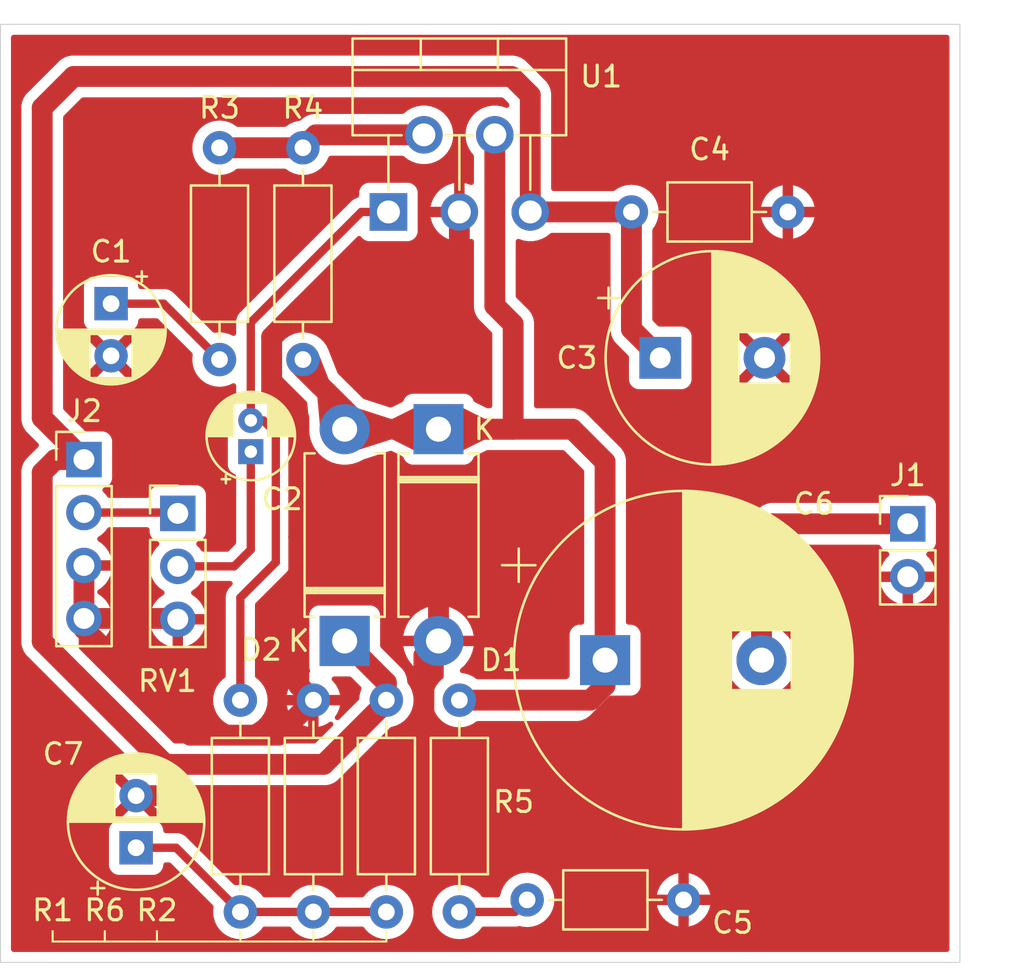
<source format=kicad_pcb>
(kicad_pcb (version 20240108) (generator "pcbnew") (generator_version "8.0")
  (layers (0 "F.Cu" signal) (31 "B.Cu" signal) (34 "B.Paste" user) (35 "F.Paste" user) (36 "B.SilkS" user "B.Silkscreen") (37 "F.SilkS" user "F.Silkscreen") (38 "B.Mask" user) (39 "F.Mask" user) (44 "Edge.Cuts" user))
  (net 0 "")
  (net 1 "Net-(C1-Pad1)")
  (net 2 "GND")
  (net 3 "Net-(U1-+)")
  (net 4 "Net-(C2-Pad1)")
  (net 5 "VCC")
  (net 6 "Net-(C5-Pad1)")
  (net 7 "Net-(D1-K)")
  (net 8 "Net-(J1-Pin_1)")
  (net 9 "Net-(C7-Pad1)")
  (net 10 "Net-(J2-Pin_2)")
  (net 11 "Net-(U1--)")
  (footprint "Diode_THT:D_DO-15_P10.16mm_Horizontal" (layer "F.Cu") (at 116.5 129.58 90)
    (property "Reference" "D2" (at -0.42 -4 180) (layer "F.SilkS"))
    (property "Value" "1N4001")
    (fp_text user "K" (at 0 -2.2 180) (layer "F.SilkS"))
    (pad "1" thru_hole rect (at 0 0 90) (size 2.4 2.4) (drill 1.2) (layers "*.Cu" "*.Mask") (net 5 "VCC"))
    (pad "2" thru_hole oval (at 10.16 0 90) (size 2.4 2.4) (drill 1.2) (layers "*.Cu" "*.Mask") (net 7 "Net-(D1-K)"))
  )
  (footprint "Resistor_THT:R_Axial_DIN0207_L6.3mm_D2.5mm_P10.16mm_Horizontal" (layer "F.Cu") (at 118.5 132.42 -90)
    (property "Reference" "R2" (at 10.08 11 180) (layer "F.SilkS"))
    (property "Value" "100K")
    (pad "1" thru_hole circle (at 0 0 270) (size 1.6 1.6) (drill 0.8) (layers "*.Cu" "*.Mask") (net 5 "VCC"))
    (pad "2" thru_hole oval (at 10.16 0 270) (size 1.6 1.6) (drill 0.8) (layers "*.Cu" "*.Mask") (net 9 "Net-(C7-Pad1)"))
  )
  (footprint "Resistor_THT:R_Axial_DIN0207_L6.3mm_D2.5mm_P10.16mm_Horizontal" (layer "F.Cu") (at 110.5 105.92 -90)
    (property "Reference" "R3" (at -1.92 0 0) (layer "F.SilkS"))
    (property "Value" "3K3")
    (pad "1" thru_hole circle (at 0 0 270) (size 1.6 1.6) (drill 0.8) (layers "*.Cu" "*.Mask") (net 11 "Net-(U1--)"))
    (pad "2" thru_hole oval (at 10.16 0 270) (size 1.6 1.6) (drill 0.8) (layers "*.Cu" "*.Mask") (net 1 "Net-(C1-Pad1)"))
  )
  (footprint "Connector_PinHeader_2.54mm:PinHeader_1x04_P2.54mm_Vertical" (layer "F.Cu") (at 104 120.88)
    (property "Reference" "J2" (at 0 -2.33 0) (layer "F.SilkS"))
    (property "Value" "INPUT")
    (pad "1" thru_hole rect (at 0 0) (size 1.7 1.7) (drill 1) (layers "*.Cu" "*.Mask") (net 5 "VCC"))
    (pad "2" thru_hole oval (at 0 2.54) (size 1.7 1.7) (drill 1) (layers "*.Cu" "*.Mask") (net 10 "Net-(J2-Pin_2)"))
    (pad "3" thru_hole oval (at 0 5.08) (size 1.7 1.7) (drill 1) (layers "*.Cu" "*.Mask") (net 2 "GND"))
    (pad "4" thru_hole oval (at 0 7.62) (size 1.7 1.7) (drill 1) (layers "*.Cu" "*.Mask") (net 2 "GND"))
  )
  (footprint "Capacitor_THT:CP_Radial_D5.0mm_P2.50mm" (layer "F.Cu") (at 105.3 113.4 -90)
    (property "Reference" "C1" (at -2.5 0 180) (layer "F.SilkS"))
    (property "Value" "10uF")
    (pad "1" thru_hole rect (at 0 0 270) (size 1.6 1.6) (drill 0.8) (layers "*.Cu" "*.Mask") (net 1 "Net-(C1-Pad1)"))
    (pad "2" thru_hole circle (at 2.5 0 270) (size 1.6 1.6) (drill 0.8) (layers "*.Cu" "*.Mask") (net 2 "GND"))
  )
  (footprint "Capacitor_THT:CP_Radial_D10.0mm_P5.00mm" (layer "F.Cu") (at 131.632323 116)
    (property "Reference" "C3" (at -4 0 180) (layer "F.SilkS"))
    (property "Value" "220uF")
    (pad "1" thru_hole rect (at 0 0) (size 2 2) (drill 1) (layers "*.Cu" "*.Mask") (net 5 "VCC"))
    (pad "2" thru_hole circle (at 5 0) (size 2 2) (drill 1) (layers "*.Cu" "*.Mask") (net 2 "GND"))
  )
  (footprint "Diode_THT:D_DO-15_P10.16mm_Horizontal" (layer "F.Cu") (at 121 119.42 -90)
    (property "Reference" "D1" (at 11.08 -3 180) (layer "F.SilkS"))
    (property "Value" "1N4001")
    (fp_text user "K" (at 0 -2.2 180) (layer "F.SilkS"))
    (pad "1" thru_hole rect (at 0 0 270) (size 2.4 2.4) (drill 1.2) (layers "*.Cu" "*.Mask") (net 7 "Net-(D1-K)"))
    (pad "2" thru_hole oval (at 10.16 0 270) (size 2.4 2.4) (drill 1.2) (layers "*.Cu" "*.Mask") (net 2 "GND"))
  )
  (footprint "Capacitor_THT:CP_Radial_D16.0mm_P7.50mm" (layer "F.Cu") (at 128.987246 130.5)
    (property "Reference" "C6" (at 10.012754 -7.5 360) (layer "F.SilkS"))
    (property "Value" "2200uF")
    (pad "1" thru_hole rect (at 0 0) (size 2.4 2.4) (drill 1.2) (layers "*.Cu" "*.Mask") (net 7 "Net-(D1-K)"))
    (pad "2" thru_hole circle (at 7.5 0) (size 2.4 2.4) (drill 1.2) (layers "*.Cu" "*.Mask") (net 8 "Net-(J1-Pin_1)"))
  )
  (footprint "Resistor_THT:R_Axial_DIN0207_L6.3mm_D2.5mm_P10.16mm_Horizontal" (layer "F.Cu") (at 114.5 105.92 -90)
    (property "Reference" "R4" (at -1.92 0 180) (layer "F.SilkS"))
    (property "Value" "30K")
    (pad "1" thru_hole circle (at 0 0 270) (size 1.6 1.6) (drill 0.8) (layers "*.Cu" "*.Mask") (net 11 "Net-(U1--)"))
    (pad "2" thru_hole oval (at 10.16 0 270) (size 1.6 1.6) (drill 0.8) (layers "*.Cu" "*.Mask") (net 7 "Net-(D1-K)"))
  )
  (footprint "Resistor_THT:R_Axial_DIN0207_L6.3mm_D2.5mm_P10.16mm_Horizontal" (layer "F.Cu") (at 122 132.42 -90)
    (property "Reference" "R5" (at 4.88 -2.6 180) (layer "F.SilkS"))
    (property "Value" "1R")
    (pad "1" thru_hole circle (at 0 0 270) (size 1.6 1.6) (drill 0.8) (layers "*.Cu" "*.Mask") (net 7 "Net-(D1-K)"))
    (pad "2" thru_hole oval (at 10.16 0 270) (size 1.6 1.6) (drill 0.8) (layers "*.Cu" "*.Mask") (net 6 "Net-(C5-Pad1)"))
  )
  (footprint "Capacitor_THT:C_Axial_L3.8mm_D2.6mm_P7.50mm_Horizontal" (layer "F.Cu") (at 130.25 109)
    (property "Reference" "C4" (at 3.75 -3 180) (layer "F.SilkS"))
    (property "Value" "220nF")
    (pad "1" thru_hole circle (at 0 0) (size 1.6 1.6) (drill 0.8) (layers "*.Cu" "*.Mask") (net 5 "VCC"))
    (pad "2" thru_hole oval (at 7.5 0) (size 1.6 1.6) (drill 0.8) (layers "*.Cu" "*.Mask") (net 2 "GND"))
  )
  (footprint "Connector_PinHeader_2.54mm:PinHeader_1x03_P2.54mm_Vertical" (layer "F.Cu") (at 108.5 123.46)
    (property "Reference" "RV1" (at -0.5 8.04 0) (layer "F.SilkS"))
    (property "Value" "10K")
    (pad "1" thru_hole rect (at 0 0) (size 1.7 1.7) (drill 1) (layers "*.Cu" "*.Mask") (net 10 "Net-(J2-Pin_2)"))
    (pad "2" thru_hole oval (at 0 2.54) (size 1.7 1.7) (drill 1) (layers "*.Cu" "*.Mask") (net 4 "Net-(C2-Pad1)"))
    (pad "3" thru_hole oval (at 0 5.08) (size 1.7 1.7) (drill 1) (layers "*.Cu" "*.Mask") (net 2 "GND"))
  )
  (footprint "Capacitor_THT:CP_Radial_D4.0mm_P1.50mm" (layer "F.Cu") (at 112 120.5 90)
    (property "Reference" "C2" (at -2.277401 1.5 180) (layer "F.SilkS"))
    (property "Value" "2.2uF")
    (pad "1" thru_hole rect (at 0 0 90) (size 1.2 1.2) (drill 0.6) (layers "*.Cu" "*.Mask") (net 4 "Net-(C2-Pad1)"))
    (pad "2" thru_hole circle (at 1.5 0 90) (size 1.2 1.2) (drill 0.6) (layers "*.Cu" "*.Mask") (net 3 "Net-(U1-+)"))
  )
  (footprint "Resistor_THT:R_Axial_DIN0207_L6.3mm_D2.5mm_P10.16mm_Horizontal" (layer "F.Cu") (at 111.5 132.42 -90)
    (property "Reference" "R6" (at 10.08 6.5 180) (layer "F.SilkS"))
    (property "Value" "100K")
    (pad "1" thru_hole circle (at 0 0 270) (size 1.6 1.6) (drill 0.8) (layers "*.Cu" "*.Mask") (net 3 "Net-(U1-+)"))
    (pad "2" thru_hole oval (at 10.16 0 270) (size 1.6 1.6) (drill 0.8) (layers "*.Cu" "*.Mask") (net 9 "Net-(C7-Pad1)"))
  )
  (footprint "Package_TO_SOT_THT:TO-220-5_P3.4x3.7mm_StaggerOdd_Lead3.8mm_Vertical" (layer "F.Cu") (at 118.6 109)
    (property "Reference" "U1" (at 10.2 -6.5 0) (layer "F.SilkS"))
    (property "Value" "TDA2030")
    (pad "1" thru_hole rect (at 0 0) (size 1.8 1.8) (drill 1.1) (layers "*.Cu" "*.Mask") (net 3 "Net-(U1-+)"))
    (pad "2" thru_hole oval (at 1.7 -3.7) (size 1.8 1.8) (drill 1.1) (layers "*.Cu" "*.Mask") (net 11 "Net-(U1--)"))
    (pad "3" thru_hole oval (at 3.4 0) (size 1.8 1.8) (drill 1.1) (layers "*.Cu" "*.Mask") (net 2 "GND"))
    (pad "4" thru_hole oval (at 5.1 -3.7) (size 1.8 1.8) (drill 1.1) (layers "*.Cu" "*.Mask") (net 7 "Net-(D1-K)"))
    (pad "5" thru_hole oval (at 6.8 0) (size 1.8 1.8) (drill 1.1) (layers "*.Cu" "*.Mask") (net 5 "VCC"))
  )
  (footprint "Resistor_THT:R_Axial_DIN0207_L6.3mm_D2.5mm_P10.16mm_Horizontal" (layer "F.Cu") (at 115 142.58 90)
    (property "Reference" "R1" (at 0.08 -12.5 180) (layer "F.SilkS"))
    (property "Value" "100K")
    (pad "1" thru_hole circle (at 0 0 90) (size 1.6 1.6) (drill 0.8) (layers "*.Cu" "*.Mask") (net 9 "Net-(C7-Pad1)"))
    (pad "2" thru_hole oval (at 10.16 0 90) (size 1.6 1.6) (drill 0.8) (layers "*.Cu" "*.Mask") (net 2 "GND"))
  )
  (footprint "Capacitor_THT:C_Axial_L3.8mm_D2.6mm_P7.50mm_Horizontal" (layer "F.Cu") (at 125.25 142)
    (property "Reference" "C5" (at 9.85 1.1 0) (layer "F.SilkS"))
    (property "Value" "220nF")
    (pad "1" thru_hole circle (at 0 0) (size 1.6 1.6) (drill 0.8) (layers "*.Cu" "*.Mask") (net 6 "Net-(C5-Pad1)"))
    (pad "2" thru_hole oval (at 7.5 0) (size 1.6 1.6) (drill 0.8) (layers "*.Cu" "*.Mask") (net 2 "GND"))
  )
  (footprint "Capacitor_THT:CP_Radial_D6.3mm_P2.50mm" (layer "F.Cu") (at 106.5 139.5 90)
    (property "Reference" "C7" (at 4.5 -3.5 180) (layer "F.SilkS"))
    (property "Value" "22uF")
    (pad "1" thru_hole rect (at 0 0 90) (size 1.6 1.6) (drill 0.8) (layers "*.Cu" "*.Mask") (net 9 "Net-(C7-Pad1)"))
    (pad "2" thru_hole circle (at 2.5 0 90) (size 1.6 1.6) (drill 0.8) (layers "*.Cu" "*.Mask") (net 2 "GND"))
  )
  (footprint "Connector_PinHeader_2.54mm:PinHeader_1x02_P2.54mm_Vertical" (layer "F.Cu") (at 143.5 123.96)
    (property "Reference" "J1" (at 0 -2.33 0) (layer "F.SilkS"))
    (property "Value" "8Ohm Speaker")
    (pad "1" thru_hole rect (at 0 0) (size 1.7 1.7) (drill 1) (layers "*.Cu" "*.Mask") (net 8 "Net-(J1-Pin_1)"))
    (pad "2" thru_hole oval (at 0 2.54) (size 1.7 1.7) (drill 1) (layers "*.Cu" "*.Mask") (net 2 "GND"))
  )
  (gr_line (start 115 144) (end 115 143.5) (stroke (width 0.1)) (layer "F.SilkS"))
  (gr_line (start 102.5 143.5) (end 102.5 144) (stroke (width 0.1)) (layer "F.SilkS"))
  (gr_line (start 118.5 143.5) (end 118.5 144) (stroke (width 0.1)) (layer "F.SilkS"))
  (gr_line (start 105 143.5) (end 105 144) (stroke (width 0.1)) (layer "F.SilkS"))
  (gr_line (start 102.5 144) (end 118.5 144) (stroke (width 0.1)) (layer "F.SilkS"))
  (gr_line (start 107.5 143.5) (end 107.5 144) (stroke (width 0.1)) (layer "F.SilkS"))
  (gr_line (start 111.5 144) (end 111.5 143.5) (stroke (width 0.1)) (layer "F.SilkS"))
  (gr_rect (start 100 100) (end 146 145) (stroke (width 0.05)) (fill none) (layer "Edge.Cuts"))
  (segment (start 110.5 116.08) (end 107.82 113.4) (width 0.4) (layer "F.Cu") (net 1))
  (segment (start 107.82 113.4) (end 105.3 113.4) (width 0.4) (layer "F.Cu") (net 1))
  (segment (start 105.4 113.5) (end 105.3 113.4) (width 0.2) (layer "F.Cu") (net 1))
  (segment (start 122 109) (end 122 110.9) (width 1) (layer "F.Cu") (net 2))
  (segment (start 109.1 134.1) (end 104 129) (width 1) (layer "F.Cu") (net 2))
  (segment (start 104 125.96) (end 104 128.5) (width 1) (layer "F.Cu") (net 2))
  (segment (start 114.5 113.5) (end 113 115) (width 1) (layer "F.Cu") (net 2))
  (segment (start 118.7 137) (end 120.3 135.4) (width 1) (layer "F.Cu") (net 2))
  (segment (start 113 115) (end 113 117.6) (width 1) (layer "F.Cu") (net 2))
  (segment (start 120 124.6) (end 114.3 124.6) (width 1) (layer "F.Cu") (net 2))
  (segment (start 114 127) (end 114 131) (width 0.2) (layer "F.Cu") (net 2))
  (segment (start 122 110.9) (end 119.4 113.5) (width 1) (layer "F.Cu") (net 2))
  (segment (start 106.5 137) (end 118.7 137) (width 1) (layer "F.Cu") (net 2))
  (segment (start 114.3 118.9) (end 114.3 124.6) (width 1) (layer "F.Cu") (net 2))
  (segment (start 104 129) (end 104 128.5) (width 1) (layer "F.Cu") (net 2))
  (segment (start 132.75 140.75) (end 132.75 142) (width 0.2) (layer "F.Cu") (net 2))
  (segment (start 121 129.58) (end 121 125.6) (width 1) (layer "F.Cu") (net 2))
  (segment (start 114.3 131.72) (end 115 132.42) (width 1) (layer "F.Cu") (net 2))
  (segment (start 115 132.42) (end 113.32 134.1) (width 1) (layer "F.Cu") (net 2))
  (segment (start 121 129.58) (end 120.5 130.08) (width 0.2) (layer "F.Cu") (net 2))
  (segment (start 108.46 128.5) (end 108.5 128.54) (width 1) (layer "F.Cu") (net 2))
  (segment (start 120.3 130.28) (end 121 129.58) (width 1) (layer "F.Cu") (net 2))
  (segment (start 119.4 113.5) (end 114.5 113.5) (width 1) (layer "F.Cu") (net 2))
  (segment (start 114 131) (end 115 132) (width 0.2) (layer "F.Cu") (net 2))
  (segment (start 104 128.5) (end 108.46 128.5) (width 1) (layer "F.Cu") (net 2))
  (segment (start 113 117.6) (end 114.3 118.9) (width 1) (layer "F.Cu") (net 2))
  (segment (start 115 132) (end 115 132.42) (width 0.2) (layer "F.Cu") (net 2))
  (segment (start 114.3 124.6) (end 114.3 131.72) (width 1) (layer "F.Cu") (net 2))
  (segment (start 104.04 128.54) (end 104 128.5) (width 0.2) (layer "F.Cu") (net 2))
  (segment (start 120.3 135.4) (end 120.3 130.28) (width 1) (layer "F.Cu") (net 2))
  (segment (start 121 125.6) (end 120 124.6) (width 1) (layer "F.Cu") (net 2))
  (segment (start 113.32 134.1) (end 109.1 134.1) (width 1) (layer "F.Cu") (net 2))
  (segment (start 111.5 127.5) (end 113.2 125.8) (width 0.4) (layer "F.Cu") (net 3))
  (segment (start 112 119) (end 112.1 118.9) (width 0.2) (layer "F.Cu") (net 3))
  (segment (start 113.2 125.8) (end 113.2 119.6) (width 0.4) (layer "F.Cu") (net 3))
  (segment (start 112 114.3) (end 112 119) (width 0.4) (layer "F.Cu") (net 3))
  (segment (start 118.6 109) (end 117.3 109) (width 0.4) (layer "F.Cu") (net 3))
  (segment (start 112.6 119) (end 112 119) (width 0.4) (layer "F.Cu") (net 3))
  (segment (start 113.2 119.6) (end 112.6 119) (width 0.4) (layer "F.Cu") (net 3))
  (segment (start 117.3 109) (end 112 114.3) (width 0.4) (layer "F.Cu") (net 3))
  (segment (start 111.5 132.42) (end 111.5 127.5) (width 0.4) (layer "F.Cu") (net 3))
  (segment (start 111.2 126) (end 112 125.2) (width 0.4) (layer "F.Cu") (net 4))
  (segment (start 108.5 126) (end 111.2 126) (width 0.4) (layer "F.Cu") (net 4))
  (segment (start 112 125.2) (end 112 120.5) (width 0.4) (layer "F.Cu") (net 4))
  (segment (start 104 120.88) (end 102.62 120.88) (width 1) (layer "F.Cu") (net 5))
  (segment (start 118.5 132.42) (end 118.5 131.58) (width 1) (layer "F.Cu") (net 5))
  (segment (start 125.4 109) (end 130.25 109) (width 1) (layer "F.Cu") (net 5))
  (segment (start 118.5 132.5) (end 118.5 132.42) (width 1) (layer "F.Cu") (net 5))
  (segment (start 102 118.88) (end 102 104) (width 1) (layer "F.Cu") (net 5))
  (segment (start 115.5 135.5) (end 118.5 132.5) (width 1) (layer "F.Cu") (net 5))
  (segment (start 107.9 135.5) (end 115.5 135.5) (width 1) (layer "F.Cu") (net 5))
  (segment (start 104 120.88) (end 102 118.88) (width 1) (layer "F.Cu") (net 5))
  (segment (start 125.4 109) (end 125.4 103.4) (width 1) (layer "F.Cu") (net 5))
  (segment (start 125.4 103.4) (end 124.5 102.5) (width 1) (layer "F.Cu") (net 5))
  (segment (start 102 121.5) (end 102 129.6) (width 1) (layer "F.Cu") (net 5))
  (segment (start 124.5 102.5) (end 103.5 102.5) (width 1) (layer "F.Cu") (net 5))
  (segment (start 102.62 120.88) (end 102 121.5) (width 1) (layer "F.Cu") (net 5))
  (segment (start 118.5 131.58) (end 116.5 129.58) (width 1) (layer "F.Cu") (net 5))
  (segment (start 102 104) (end 103.5 102.5) (width 1) (layer "F.Cu") (net 5))
  (segment (start 130.25 109) (end 130.25 114.617677) (width 1) (layer "F.Cu") (net 5))
  (segment (start 130.25 114.617677) (end 131.632323 116) (width 1) (layer "F.Cu") (net 5))
  (segment (start 102 129.6) (end 107.9 135.5) (width 1) (layer "F.Cu") (net 5))
  (segment (start 124.67 142.58) (end 125.25 142) (width 0.4) (layer "F.Cu") (net 6))
  (segment (start 122 142.58) (end 124.67 142.58) (width 0.4) (layer "F.Cu") (net 6))
  (segment (start 124.58 119.42) (end 121 119.42) (width 1) (layer "F.Cu") (net 7))
  (segment (start 114.5 116.5) (end 116.5 118.5) (width 1) (layer "F.Cu") (net 7))
  (segment (start 127.42 119.42) (end 121 119.42) (width 1) (layer "F.Cu") (net 7))
  (segment (start 122 132.42) (end 128.28 132.42) (width 1) (layer "F.Cu") (net 7))
  (segment (start 114.5 116.08) (end 114.5 116.5) (width 1) (layer "F.Cu") (net 7))
  (segment (start 128.28 132.42) (end 128.987246 131.712754) (width 1) (layer "F.Cu") (net 7))
  (segment (start 124.58 114.38) (end 124.58 119.42) (width 1) (layer "F.Cu") (net 7))
  (segment (start 123.7 105.3) (end 123.7 113.5) (width 1) (layer "F.Cu") (net 7))
  (segment (start 128.987246 131.712754) (end 128.987246 120.987246) (width 1) (layer "F.Cu") (net 7))
  (segment (start 123.7 113.5) (end 124.58 114.38) (width 1) (layer "F.Cu") (net 7))
  (segment (start 116.5 119.42) (end 121 119.42) (width 1) (layer "F.Cu") (net 7))
  (segment (start 116.5 118.5) (end 116.5 119.42) (width 1) (layer "F.Cu") (net 7))
  (segment (start 128.987246 120.987246) (end 127.42 119.42) (width 1) (layer "F.Cu") (net 7))
  (segment (start 137.04 123.96) (end 136.487246 124.512754) (width 1) (layer "F.Cu") (net 8))
  (segment (start 136.487246 130.5) (end 136.487246 124.512754) (width 1) (layer "F.Cu") (net 8))
  (segment (start 143.5 123.96) (end 137.04 123.96) (width 1) (layer "F.Cu") (net 8))
  (segment (start 111.5 142.58) (end 118.5 142.58) (width 0.4) (layer "F.Cu") (net 9))
  (segment (start 108.42 139.5) (end 111.5 142.58) (width 0.4) (layer "F.Cu") (net 9))
  (segment (start 106.5 139.5) (end 108.42 139.5) (width 0.4) (layer "F.Cu") (net 9))
  (segment (start 104 123.42) (end 108.46 123.42) (width 0.4) (layer "F.Cu") (net 10))
  (segment (start 108.46 123.42) (end 108.5 123.46) (width 0.4) (layer "F.Cu") (net 10))
  (segment (start 120.3 105.3) (end 115.12 105.3) (width 1) (layer "F.Cu") (net 11))
  (segment (start 110.5 105.92) (end 114.5 105.92) (width 1) (layer "F.Cu") (net 11))
  (segment (start 115.12 105.3) (end 114.5 105.92) (width 1) (layer "F.Cu") (net 11))
  (zone (net 2) (net_name "GND") (layer "F.Cu") (connect_pads (clearance 0.5)) (min_thickness 0.25) (fill yes (thermal_gap 0.5) (thermal_bridge_width 0.5))
    (polygon (pts (xy 100 100) (xy 146 100) (xy 146 145) (xy 100 145)))
  )
)
</source>
